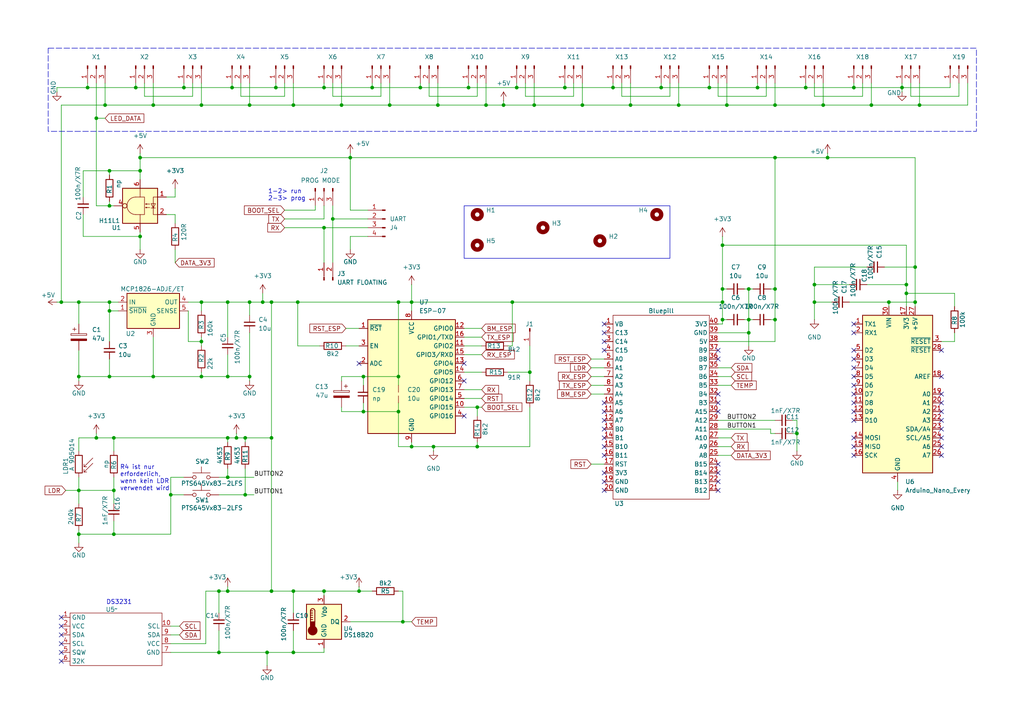
<source format=kicad_sch>
(kicad_sch (version 20250114) (generator "eeschema") (generator_version "9.0")
  (paper "A4")
  (rectangle (start 13.97 13.97) (end 283.21 38.1) (stroke (width 0) (type dash)))
  (rectangle (start 134.62 59.69) (end 194.31 74.93))
  (text "R4 ist nur \nerforderlich, \nwenn kein LDR \nverwendet wird\n" (at 34.798 138.684 0) (effects (font (size 1.27 1.27)) (justify left)))
  (text "DS3231\n" (at 34.544 174.752 0) (effects (font (size 1.27 1.27))))
  (text "1-2> run\n2-3> prog" (at 77.724 56.642 0) (effects (font (size 1.27 1.27)) (justify left)))
  (junction (at 33.02 154.94))
  (junction (at 17.78 87.63))
  (junction (at 58.42 109.22))
  (junction (at 191.77 25.4))
  (junction (at 44.45 30.48))
  (junction (at 252.73 30.48))
  (junction (at 77.47 189.23))
  (junction (at 209.55 92.71))
  (junction (at 101.6 45.72))
  (junction (at 116.84 180.34))
  (junction (at 107.95 25.4))
  (junction (at 49.53 143.51))
  (junction (at 261.62 25.4))
  (junction (at 78.74 87.63))
  (junction (at 99.06 30.48))
  (junction (at 219.71 25.4))
  (junction (at 217.17 92.71))
  (junction (at 154.94 30.48))
  (junction (at 265.43 87.63))
  (junction (at 58.42 30.48))
  (junction (at 66.04 109.22))
  (junction (at 80.01 25.4))
  (junction (at 209.55 83.82))
  (junction (at 31.75 90.17))
  (junction (at 224.79 45.72))
  (junction (at 153.67 107.95))
  (junction (at 63.5 189.23))
  (junction (at 58.42 87.63))
  (junction (at 247.65 25.4))
  (junction (at 25.4 25.4))
  (junction (at 224.79 30.48))
  (junction (at 105.41 119.38))
  (junction (at 266.7 30.48))
  (junction (at 22.86 142.24))
  (junction (at 168.91 30.48))
  (junction (at 93.98 25.4))
  (junction (at 39.37 25.4))
  (junction (at 67.31 25.4))
  (junction (at 33.02 127))
  (junction (at 236.22 87.63))
  (junction (at 63.5 171.45))
  (junction (at 22.86 109.22))
  (junction (at 78.74 171.45))
  (junction (at 115.57 119.38))
  (junction (at 66.04 171.45))
  (junction (at 72.39 30.48))
  (junction (at 149.86 25.4))
  (junction (at 31.75 87.63))
  (junction (at 68.58 127))
  (junction (at 44.45 109.22))
  (junction (at 217.17 96.52))
  (junction (at 40.64 45.72))
  (junction (at 93.98 66.04))
  (junction (at 66.04 127))
  (junction (at 30.48 30.48))
  (junction (at 71.12 143.51))
  (junction (at 205.74 25.4))
  (junction (at 85.09 30.48))
  (junction (at 231.14 125.73))
  (junction (at 265.43 77.47))
  (junction (at 86.36 87.63))
  (junction (at 31.75 49.53))
  (junction (at 125.73 129.54))
  (junction (at 138.43 118.11))
  (junction (at 262.89 85.09))
  (junction (at 72.39 87.63))
  (junction (at 93.98 171.45))
  (junction (at 96.52 63.5))
  (junction (at 262.89 82.55))
  (junction (at 121.92 25.4))
  (junction (at 40.64 68.58))
  (junction (at 233.68 25.4))
  (junction (at 210.82 30.48))
  (junction (at 115.57 109.22))
  (junction (at 76.2 87.63))
  (junction (at 85.09 171.45))
  (junction (at 148.59 87.63))
  (junction (at 33.02 142.24))
  (junction (at 105.41 109.22))
  (junction (at 53.34 25.4))
  (junction (at 113.03 30.48))
  (junction (at 72.39 109.22))
  (junction (at 22.86 87.63))
  (junction (at 140.97 30.48))
  (junction (at 66.04 138.43))
  (junction (at 138.43 129.54))
  (junction (at 236.22 82.55))
  (junction (at 58.42 99.06))
  (junction (at 209.55 71.12))
  (junction (at 40.64 49.53))
  (junction (at 78.74 127))
  (junction (at 257.81 87.63))
  (junction (at 146.05 30.48))
  (junction (at 217.17 83.82))
  (junction (at 163.83 25.4))
  (junction (at 31.75 109.22))
  (junction (at 240.03 45.72))
  (junction (at 27.94 34.29))
  (junction (at 31.75 59.69))
  (junction (at 119.38 129.54))
  (junction (at 238.76 30.48))
  (junction (at 115.57 87.63))
  (junction (at 182.88 30.48))
  (junction (at 22.86 154.94))
  (junction (at 85.09 189.23))
  (junction (at 104.14 171.45))
  (junction (at 127 30.48))
  (junction (at 224.79 92.71))
  (junction (at 66.04 87.63))
  (junction (at 196.85 30.48))
  (junction (at 135.89 25.4))
  (junction (at 209.55 87.63))
  (junction (at 177.8 25.4))
  (junction (at 27.94 127))
  (junction (at 119.38 87.63))
  (junction (at 224.79 83.82))
  (junction (at 71.12 127))
  (no_connect (at 17.78 189.23))
  (no_connect (at 247.65 111.76))
  (no_connect (at 175.26 132.08))
  (no_connect (at 208.28 134.62))
  (no_connect (at 273.05 109.22))
  (no_connect (at 208.28 101.6))
  (no_connect (at 247.65 127))
  (no_connect (at 175.26 99.06))
  (no_connect (at 273.05 116.84))
  (no_connect (at 134.62 120.65))
  (no_connect (at 175.26 139.7))
  (no_connect (at 175.26 116.84))
  (no_connect (at 208.28 139.7))
  (no_connect (at 208.28 116.84))
  (no_connect (at 17.78 186.69))
  (no_connect (at 247.65 96.52))
  (no_connect (at 247.65 101.6))
  (no_connect (at 175.26 137.16))
  (no_connect (at 175.26 93.98))
  (no_connect (at 175.26 124.46))
  (no_connect (at 247.65 109.22))
  (no_connect (at 247.65 116.84))
  (no_connect (at 247.65 106.68))
  (no_connect (at 273.05 129.54))
  (no_connect (at 247.65 93.98))
  (no_connect (at 273.05 124.46))
  (no_connect (at 208.28 119.38))
  (no_connect (at 208.28 137.16))
  (no_connect (at 273.05 127))
  (no_connect (at 247.65 121.92))
  (no_connect (at 17.78 179.07))
  (no_connect (at 247.65 119.38))
  (no_connect (at 208.28 104.14))
  (no_connect (at 273.05 119.38))
  (no_connect (at 273.05 101.6))
  (no_connect (at 17.78 181.61))
  (no_connect (at 175.26 101.6))
  (no_connect (at 175.26 127))
  (no_connect (at 175.26 142.24))
  (no_connect (at 175.26 129.54))
  (no_connect (at 17.78 191.77))
  (no_connect (at 175.26 119.38))
  (no_connect (at 104.14 105.41))
  (no_connect (at 247.65 114.3))
  (no_connect (at 208.28 142.24))
  (no_connect (at 208.28 114.3))
  (no_connect (at 247.65 104.14))
  (no_connect (at 247.65 129.54))
  (no_connect (at 134.62 110.49))
  (no_connect (at 273.05 114.3))
  (no_connect (at 273.05 121.92))
  (no_connect (at 175.26 121.92))
  (no_connect (at 175.26 96.52))
  (no_connect (at 273.05 132.08))
  (no_connect (at 134.62 105.41))
  (no_connect (at 247.65 132.08))
  (no_connect (at 17.78 184.15))
  (wire (pts (xy 82.55 63.5) (xy 93.98 63.5)))
  (wire (pts (xy 39.37 24.13) (xy 39.37 25.4)))
  (wire (pts (xy 105.41 116.84) (xy 105.41 119.38)))
  (wire (pts (xy 58.42 99.06) (xy 58.42 97.79)))
  (wire (pts (xy 163.83 24.13) (xy 163.83 25.4)))
  (wire (pts (xy 262.89 71.12) (xy 262.89 82.55)))
  (wire (pts (xy 209.55 71.12) (xy 209.55 83.82)))
  (wire (pts (xy 93.98 25.4) (xy 107.95 25.4)))
  (wire (pts (xy 78.74 87.63) (xy 78.74 127)))
  (wire (pts (xy 44.45 30.48) (xy 58.42 30.48)))
  (wire (pts (xy 208.28 109.22) (xy 212.09 109.22)))
  (wire (pts (xy 22.86 154.94) (xy 22.86 157.48)))
  (wire (pts (xy 99.06 30.48) (xy 113.03 30.48)))
  (wire (pts (xy 31.75 59.69) (xy 27.94 59.69)))
  (wire (pts (xy 209.55 83.82) (xy 209.55 87.63)))
  (wire (pts (xy 208.28 127) (xy 212.09 127)))
  (wire (pts (xy 27.94 127) (xy 22.86 127)))
  (wire (pts (xy 196.85 30.48) (xy 196.85 24.13)))
  (wire (pts (xy 49.53 189.23) (xy 63.5 189.23)))
  (wire (pts (xy 44.45 109.22) (xy 58.42 109.22)))
  (wire (pts (xy 154.94 30.48) (xy 168.91 30.48)))
  (wire (pts (xy 113.03 30.48) (xy 127 30.48)))
  (wire (pts (xy 257.81 87.63) (xy 257.81 88.9)))
  (wire (pts (xy 182.88 30.48) (xy 196.85 30.48)))
  (wire (pts (xy 93.98 171.45) (xy 93.98 172.72)))
  (wire (pts (xy 17.78 87.63) (xy 22.86 87.63)))
  (wire (pts (xy 68.58 127) (xy 71.12 127)))
  (wire (pts (xy 30.48 34.29) (xy 27.94 34.29)))
  (wire (pts (xy 205.74 25.4) (xy 219.71 25.4)))
  (wire (pts (xy 236.22 27.94) (xy 250.19 27.94)))
  (wire (pts (xy 171.45 134.62) (xy 175.26 134.62)))
  (wire (pts (xy 138.43 118.11) (xy 139.7 118.11)))
  (wire (pts (xy 209.55 92.71) (xy 210.82 92.71)))
  (wire (pts (xy 31.75 109.22) (xy 22.86 109.22)))
  (wire (pts (xy 171.45 104.14) (xy 175.26 104.14)))
  (wire (pts (xy 99.06 119.38) (xy 105.41 119.38)))
  (wire (pts (xy 72.39 24.13) (xy 72.39 30.48)))
  (wire (pts (xy 125.73 129.54) (xy 119.38 129.54)))
  (wire (pts (xy 238.76 30.48) (xy 252.73 30.48)))
  (wire (pts (xy 31.75 90.17) (xy 31.75 99.06)))
  (wire (pts (xy 78.74 127) (xy 78.74 171.45)))
  (wire (pts (xy 33.02 151.13) (xy 33.02 154.94)))
  (wire (pts (xy 80.01 25.4) (xy 93.98 25.4)))
  (wire (pts (xy 121.92 25.4) (xy 135.89 25.4)))
  (wire (pts (xy 66.04 87.63) (xy 72.39 87.63)))
  (wire (pts (xy 208.28 121.92) (xy 224.79 121.92)))
  (wire (pts (xy 66.04 102.87) (xy 66.04 109.22)))
  (wire (pts (xy 116.84 180.34) (xy 116.84 171.45)))
  (wire (pts (xy 50.8 62.23) (xy 50.8 64.77)))
  (wire (pts (xy 52.07 184.15) (xy 49.53 184.15)))
  (wire (pts (xy 215.9 92.71) (xy 217.17 92.71)))
  (wire (pts (xy 217.17 92.71) (xy 218.44 92.71)))
  (wire (pts (xy 208.28 111.76) (xy 212.09 111.76)))
  (wire (pts (xy 71.12 143.51) (xy 71.12 135.89)))
  (wire (pts (xy 39.37 25.4) (xy 53.34 25.4)))
  (wire (pts (xy 53.34 25.4) (xy 67.31 25.4)))
  (wire (pts (xy 101.6 68.58) (xy 101.6 72.39)))
  (wire (pts (xy 119.38 87.63) (xy 119.38 90.17)))
  (wire (pts (xy 96.52 24.13) (xy 96.52 27.94)))
  (wire (pts (xy 17.78 87.63) (xy 17.78 30.48)))
  (wire (pts (xy 44.45 24.13) (xy 44.45 30.48)))
  (wire (pts (xy 16.51 25.4) (xy 25.4 25.4)))
  (wire (pts (xy 217.17 83.82) (xy 218.44 83.82)))
  (wire (pts (xy 24.13 49.53) (xy 31.75 49.53)))
  (wire (pts (xy 134.62 113.03) (xy 139.7 113.03)))
  (wire (pts (xy 100.33 100.33) (xy 104.14 100.33)))
  (wire (pts (xy 115.57 129.54) (xy 119.38 129.54)))
  (wire (pts (xy 138.43 118.11) (xy 138.43 120.65)))
  (wire (pts (xy 134.62 115.57) (xy 139.7 115.57)))
  (wire (pts (xy 67.31 24.13) (xy 67.31 25.4)))
  (wire (pts (xy 224.79 45.72) (xy 240.03 45.72)))
  (wire (pts (xy 210.82 30.48) (xy 224.79 30.48)))
  (wire (pts (xy 82.55 66.04) (xy 93.98 66.04)))
  (wire (pts (xy 58.42 87.63) (xy 58.42 90.17)))
  (wire (pts (xy 16.51 26.67) (xy 16.51 25.4)))
  (wire (pts (xy 76.2 87.63) (xy 78.74 87.63)))
  (wire (pts (xy 127 24.13) (xy 127 30.48)))
  (wire (pts (xy 72.39 110.49) (xy 72.39 109.22)))
  (wire (pts (xy 209.55 71.12) (xy 262.89 71.12)))
  (wire (pts (xy 240.03 45.72) (xy 265.43 45.72)))
  (wire (pts (xy 153.67 129.54) (xy 138.43 129.54)))
  (wire (pts (xy 71.12 127) (xy 78.74 127)))
  (wire (pts (xy 116.84 171.45) (xy 115.57 171.45)))
  (wire (pts (xy 54.61 90.17) (xy 54.61 99.06)))
  (wire (pts (xy 119.38 87.63) (xy 115.57 87.63)))
  (wire (pts (xy 121.92 24.13) (xy 121.92 25.4)))
  (wire (pts (xy 85.09 30.48) (xy 99.06 30.48)))
  (wire (pts (xy 96.52 63.5) (xy 96.52 59.69)))
  (wire (pts (xy 116.84 180.34) (xy 101.6 180.34)))
  (wire (pts (xy 58.42 30.48) (xy 72.39 30.48)))
  (wire (pts (xy 24.13 57.15) (xy 24.13 49.53)))
  (wire (pts (xy 140.97 30.48) (xy 146.05 30.48)))
  (wire (pts (xy 22.86 142.24) (xy 22.86 146.05)))
  (wire (pts (xy 40.64 45.72) (xy 40.64 49.53)))
  (wire (pts (xy 33.02 130.81) (xy 33.02 127)))
  (wire (pts (xy 22.86 109.22) (xy 22.86 110.49)))
  (wire (pts (xy 49.53 143.51) (xy 49.53 154.94)))
  (wire (pts (xy 125.73 129.54) (xy 125.73 130.81)))
  (wire (pts (xy 31.75 104.14) (xy 31.75 109.22)))
  (wire (pts (xy 266.7 30.48) (xy 280.67 30.48)))
  (wire (pts (xy 252.73 30.48) (xy 252.73 24.13)))
  (wire (pts (xy 54.61 87.63) (xy 58.42 87.63)))
  (wire (pts (xy 105.41 109.22) (xy 115.57 109.22)))
  (wire (pts (xy 33.02 127) (xy 27.94 127)))
  (wire (pts (xy 238.76 24.13) (xy 238.76 30.48)))
  (wire (pts (xy 99.06 109.22) (xy 105.41 109.22)))
  (wire (pts (xy 93.98 66.04) (xy 106.68 66.04)))
  (wire (pts (xy 55.88 27.94) (xy 55.88 24.13)))
  (wire (pts (xy 208.28 96.52) (xy 217.17 96.52)))
  (wire (pts (xy 33.02 142.24) (xy 33.02 146.05)))
  (wire (pts (xy 50.8 72.39) (xy 50.8 76.2)))
  (wire (pts (xy 215.9 83.82) (xy 217.17 83.82)))
  (wire (pts (xy 82.55 60.96) (xy 91.44 60.96)))
  (wire (pts (xy 119.38 82.55) (xy 119.38 87.63)))
  (wire (pts (xy 138.43 27.94) (xy 138.43 24.13)))
  (wire (pts (xy 69.85 24.13) (xy 69.85 27.94)))
  (wire (pts (xy 209.55 87.63) (xy 209.55 92.71)))
  (wire (pts (xy 66.04 127) (xy 33.02 127)))
  (wire (pts (xy 85.09 171.45) (xy 78.74 171.45)))
  (wire (pts (xy 115.57 116.84) (xy 115.57 119.38)))
  (wire (pts (xy 147.32 100.33) (xy 148.59 100.33)))
  (wire (pts (xy 33.02 142.24) (xy 22.86 142.24)))
  (wire (pts (xy 22.86 154.94) (xy 22.86 153.67)))
  (wire (pts (xy 208.28 93.98) (xy 209.55 93.98)))
  (wire (pts (xy 152.4 27.94) (xy 166.37 27.94)))
  (wire (pts (xy 86.36 100.33) (xy 92.71 100.33)))
  (wire (pts (xy 100.33 95.25) (xy 104.14 95.25)))
  (wire (pts (xy 82.55 27.94) (xy 82.55 24.13)))
  (wire (pts (xy 31.75 109.22) (xy 44.45 109.22)))
  (wire (pts (xy 22.86 138.43) (xy 22.86 142.24)))
  (wire (pts (xy 152.4 24.13) (xy 152.4 27.94)))
  (wire (pts (xy 48.26 57.15) (xy 50.8 57.15)))
  (wire (pts (xy 134.62 102.87) (xy 139.7 102.87)))
  (wire (pts (xy 194.31 27.94) (xy 194.31 24.13)))
  (wire (pts (xy 31.75 58.42) (xy 31.75 59.69)))
  (wire (pts (xy 77.47 189.23) (xy 63.5 189.23)))
  (wire (pts (xy 229.87 125.73) (xy 231.14 125.73)))
  (wire (pts (xy 182.88 24.13) (xy 182.88 30.48)))
  (wire (pts (xy 278.13 27.94) (xy 278.13 24.13)))
  (wire (pts (xy 146.05 29.21) (xy 146.05 30.48)))
  (wire (pts (xy 224.79 83.82) (xy 224.79 92.71)))
  (wire (pts (xy 262.89 82.55) (xy 262.89 85.09)))
  (wire (pts (xy 166.37 27.94) (xy 166.37 24.13)))
  (wire (pts (xy 210.82 24.13) (xy 210.82 30.48)))
  (wire (pts (xy 224.79 30.48) (xy 238.76 30.48)))
  (wire (pts (xy 86.36 87.63) (xy 86.36 100.33)))
  (wire (pts (xy 134.62 100.33) (xy 139.7 100.33)))
  (wire (pts (xy 209.55 68.58) (xy 209.55 71.12)))
  (wire (pts (xy 49.53 154.94) (xy 33.02 154.94)))
  (wire (pts (xy 31.75 87.63) (xy 31.75 90.17)))
  (wire (pts (xy 58.42 100.33) (xy 58.42 99.06)))
  (wire (pts (xy 63.5 171.45) (xy 63.5 177.8)))
  (wire (pts (xy 177.8 25.4) (xy 191.77 25.4)))
  (wire (pts (xy 27.94 24.13) (xy 27.94 34.29)))
  (wire (pts (xy 110.49 27.94) (xy 110.49 24.13)))
  (wire (pts (xy 217.17 92.71) (xy 217.17 83.82)))
  (wire (pts (xy 276.86 96.52) (xy 276.86 99.06)))
  (wire (pts (xy 231.14 125.73) (xy 231.14 130.81)))
  (wire (pts (xy 69.85 27.94) (xy 82.55 27.94)))
  (wire (pts (xy 261.62 25.4) (xy 275.59 25.4)))
  (wire (pts (xy 72.39 91.44) (xy 72.39 87.63)))
  (wire (pts (xy 119.38 129.54) (xy 119.38 128.27)))
  (wire (pts (xy 41.91 24.13) (xy 41.91 27.94)))
  (wire (pts (xy 85.09 182.88) (xy 85.09 189.23)))
  (wire (pts (xy 50.8 54.61) (xy 50.8 57.15)))
  (wire (pts (xy 208.28 99.06) (xy 224.79 99.06)))
  (wire (pts (xy 223.52 83.82) (xy 224.79 83.82)))
  (wire (pts (xy 66.04 170.18) (xy 66.04 171.45)))
  (wire (pts (xy 93.98 59.69) (xy 93.98 63.5)))
  (wire (pts (xy 264.16 27.94) (xy 278.13 27.94)))
  (wire (pts (xy 138.43 128.27) (xy 138.43 129.54)))
  (wire (pts (xy 63.5 182.88) (xy 63.5 189.23)))
  (wire (pts (xy 222.25 27.94) (xy 222.25 24.13)))
  (wire (pts (xy 72.39 30.48) (xy 85.09 30.48)))
  (wire (pts (xy 22.86 87.63) (xy 31.75 87.63)))
  (wire (pts (xy 33.02 138.43) (xy 33.02 142.24)))
  (wire (pts (xy 66.04 127) (xy 66.04 128.27)))
  (wire (pts (xy 246.38 87.63) (xy 257.81 87.63)))
  (wire (pts (xy 236.22 87.63) (xy 236.22 92.71)))
  (wire (pts (xy 115.57 119.38) (xy 115.57 129.54)))
  (wire (pts (xy 134.62 107.95) (xy 139.7 107.95)))
  (wire (pts (xy 233.68 25.4) (xy 219.71 25.4)))
  (wire (pts (xy 171.45 114.3) (xy 175.26 114.3)))
  (wire (pts (xy 265.43 45.72) (xy 265.43 77.47)))
  (wire (pts (xy 31.75 87.63) (xy 34.29 87.63)))
  (wire (pts (xy 68.58 127) (xy 66.04 127)))
  (wire (pts (xy 273.05 99.06) (xy 276.86 99.06)))
  (wire (pts (xy 99.06 118.11) (xy 99.06 119.38)))
  (wire (pts (xy 93.98 187.96) (xy 93.98 189.23)))
  (wire (pts (xy 73.66 143.51) (xy 71.12 143.51)))
  (wire (pts (xy 229.87 121.92) (xy 231.14 121.92)))
  (wire (pts (xy 66.04 171.45) (xy 63.5 171.45)))
  (wire (pts (xy 85.09 30.48) (xy 85.09 24.13)))
  (wire (pts (xy 99.06 110.49) (xy 99.06 109.22)))
  (wire (pts (xy 63.5 143.51) (xy 71.12 143.51)))
  (wire (pts (xy 25.4 25.4) (xy 39.37 25.4)))
  (wire (pts (xy 134.62 118.11) (xy 138.43 118.11)))
  (wire (pts (xy 217.17 92.71) (xy 217.17 96.52)))
  (wire (pts (xy 66.04 138.43) (xy 66.04 135.89)))
  (wire (pts (xy 33.02 154.94) (xy 22.86 154.94)))
  (wire (pts (xy 30.48 24.13) (xy 30.48 30.48)))
  (wire (pts (xy 22.86 87.63) (xy 22.86 93.98)))
  (wire (pts (xy 78.74 171.45) (xy 66.04 171.45)))
  (wire (pts (xy 171.45 111.76) (xy 175.26 111.76)))
  (wire (pts (xy 168.91 30.48) (xy 182.88 30.48)))
  (wire (pts (xy 124.46 24.13) (xy 124.46 27.94)))
  (wire (pts (xy 168.91 30.48) (xy 168.91 24.13)))
  (wire (pts (xy 101.6 44.45) (xy 101.6 45.72)))
  (wire (pts (xy 219.71 24.13) (xy 219.71 25.4)))
  (wire (pts (xy 24.13 62.23) (xy 24.13 68.58)))
  (wire (pts (xy 49.53 181.61) (xy 52.07 181.61)))
  (wire (pts (xy 138.43 129.54) (xy 125.73 129.54)))
  (wire (pts (xy 77.47 189.23) (xy 77.47 193.04)))
  (wire (pts (xy 104.14 170.18) (xy 104.14 171.45)))
  (wire (pts (xy 264.16 24.13) (xy 264.16 27.94)))
  (wire (pts (xy 115.57 87.63) (xy 115.57 109.22)))
  (wire (pts (xy 236.22 77.47) (xy 236.22 82.55)))
  (wire (pts (xy 104.14 171.45) (xy 93.98 171.45)))
  (wire (pts (xy 223.52 124.46) (xy 208.28 124.46)))
  (wire (pts (xy 247.65 25.4) (xy 261.62 25.4)))
  (wire (pts (xy 101.6 45.72) (xy 224.79 45.72)))
  (wire (pts (xy 147.32 107.95) (xy 153.67 107.95)))
  (wire (pts (xy 261.62 25.4) (xy 261.62 26.67)))
  (wire (pts (xy 25.4 24.13) (xy 25.4 25.4)))
  (wire (pts (xy 33.02 59.69) (xy 31.75 59.69)))
  (wire (pts (xy 233.68 25.4) (xy 247.65 25.4)))
  (wire (pts (xy 180.34 24.13) (xy 180.34 27.94)))
  (wire (pts (xy 40.64 45.72) (xy 101.6 45.72)))
  (wire (pts (xy 68.58 127) (xy 68.58 125.73)))
  (wire (pts (xy 58.42 109.22) (xy 66.04 109.22)))
  (wire (pts (xy 34.29 90.17) (xy 31.75 90.17)))
  (wire (pts (xy 146.05 30.48) (xy 154.94 30.48)))
  (wire (pts (xy 48.26 62.23) (xy 50.8 62.23)))
  (wire (pts (xy 93.98 66.04) (xy 93.98 76.2)))
  (wire (pts (xy 93.98 171.45) (xy 85.09 171.45)))
  (wire (pts (xy 107.95 171.45) (xy 104.14 171.45)))
  (wire (pts (xy 134.62 97.79) (xy 139.7 97.79)))
  (wire (pts (xy 260.35 139.7) (xy 260.35 142.24)))
  (wire (pts (xy 276.86 85.09) (xy 276.86 88.9)))
  (wire (pts (xy 44.45 97.79) (xy 44.45 109.22)))
  (wire (pts (xy 208.28 27.94) (xy 222.25 27.94)))
  (wire (pts (xy 171.45 106.68) (xy 175.26 106.68)))
  (wire (pts (xy 266.7 24.13) (xy 266.7 30.48)))
  (wire (pts (xy 257.81 87.63) (xy 265.43 87.63)))
  (wire (pts (xy 153.67 100.33) (xy 153.67 107.95)))
  (wire (pts (xy 58.42 109.22) (xy 58.42 107.95)))
  (wire (pts (xy 22.86 101.6) (xy 22.86 109.22)))
  (wire (pts (xy 54.61 99.06) (xy 58.42 99.06)))
  (wire (pts (xy 27.94 125.73) (xy 27.94 127)))
  (wire (pts (xy 63.5 138.43) (xy 66.04 138.43)))
  (wire (pts (xy 115.57 109.22) (xy 115.57 111.76)))
  (wire (pts (xy 256.54 77.47) (xy 265.43 77.47)))
  (wire (pts (xy 163.83 25.4) (xy 177.8 25.4)))
  (wire (pts (xy 63.5 171.45) (xy 59.69 171.45)))
  (wire (pts (xy 148.59 87.63) (xy 148.59 100.33)))
  (wire (pts (xy 67.31 25.4) (xy 80.01 25.4)))
  (wire (pts (xy 106.68 63.5) (xy 96.52 63.5)))
  (wire (pts (xy 191.77 25.4) (xy 205.74 25.4)))
  (wire (pts (xy 149.86 25.4) (xy 163.83 25.4)))
  (wire (pts (xy 224.79 45.72) (xy 224.79 83.82)))
  (wire (pts (xy 78.74 87.63) (xy 86.36 87.63)))
  (wire (pts (xy 119.38 87.63) (xy 148.59 87.63)))
  (wire (pts (xy 73.66 138.43) (xy 66.04 138.43)))
  (wire (pts (xy 106.68 60.96) (xy 101.6 60.96)))
  (wire (pts (xy 113.03 30.48) (xy 113.03 24.13)))
  (wire (pts (xy 148.59 87.63) (xy 209.55 87.63)))
  (wire (pts (xy 96.52 27.94) (xy 110.49 27.94)))
  (wire (pts (xy 49.53 186.69) (xy 59.69 186.69)))
  (wire (pts (xy 275.59 24.13) (xy 275.59 25.4)))
  (wire (pts (xy 231.14 121.92) (xy 231.14 125.73)))
  (wire (pts (xy 265.43 77.47) (xy 265.43 87.63)))
  (wire (pts (xy 85.09 189.23) (xy 93.98 189.23)))
  (wire (pts (xy 49.53 138.43) (xy 49.53 143.51)))
  (wire (pts (xy 140.97 30.48) (xy 140.97 24.13)))
  (wire (pts (xy 208.28 24.13) (xy 208.28 27.94)))
  (wire (pts (xy 40.64 68.58) (xy 40.64 72.39)))
  (wire (pts (xy 265.43 87.63) (xy 265.43 88.9)))
  (wire (pts (xy 134.62 95.25) (xy 139.7 95.25)))
  (wire (pts (xy 177.8 24.13) (xy 177.8 25.4)))
  (wire (pts (xy 24.13 68.58) (xy 40.64 68.58)))
  (wire (pts (xy 217.17 100.33) (xy 217.17 96.52)))
  (wire (pts (xy 30.48 30.48) (xy 44.45 30.48)))
  (wire (pts (xy 91.44 59.69) (xy 91.44 60.96)))
  (wire (pts (xy 196.85 30.48) (xy 210.82 30.48)))
  (wire (pts (xy 135.89 24.13) (xy 135.89 25.4)))
  (wire (pts (xy 261.62 24.13) (xy 261.62 25.4)))
  (wire (pts (xy 31.75 50.8) (xy 31.75 49.53)))
  (wire (pts (xy 223.52 125.73) (xy 224.79 125.73)))
  (wire (pts (xy 53.34 24.13) (xy 53.34 25.4)))
  (wire (pts (xy 180.34 27.94) (xy 194.31 27.94)))
  (wire (pts (xy 59.69 186.69) (xy 59.69 171.45)))
  (wire (pts (xy 262.89 85.09) (xy 262.89 88.9)))
  (wire (pts (xy 251.46 77.47) (xy 236.22 77.47)))
  (wire (pts (xy 171.45 109.22) (xy 175.26 109.22)))
  (wire (pts (xy 247.65 24.13) (xy 247.65 25.4)))
  (wire (pts (xy 208.28 106.68) (xy 212.09 106.68)))
  (wire (pts (xy 66.04 97.79) (xy 66.04 87.63)))
  (wire (pts (xy 119.38 180.34) (xy 116.84 180.34)))
  (wire (pts (xy 31.75 49.53) (xy 40.64 49.53)))
  (wire (pts (xy 105.41 119.38) (xy 115.57 119.38)))
  (wire (pts (xy 101.6 45.72) (xy 101.6 60.96)))
  (wire (pts (xy 233.68 24.13) (xy 233.68 25.4)))
  (wire (pts (xy 27.94 34.29) (xy 27.94 59.69)))
  (wire (pts (xy 115.57 87.63) (xy 86.36 87.63)))
  (wire (pts (xy 236.22 87.63) (xy 241.3 87.63)))
  (wire (pts (xy 72.39 109.22) (xy 66.04 109.22)))
  (wire (pts (xy 41.91 27.94) (xy 55.88 27.94)))
  (wire (pts (xy 208.28 129.54) (xy 212.09 129.54)))
  (wire (pts (xy 223.52 125.73) (xy 223.52 124.46)))
  (wire (pts (xy 209.55 92.71) (xy 209.55 93.98)))
  (wire (pts (xy 76.2 87.63) (xy 76.2 85.09)))
  (wire (pts (xy 17.78 30.48) (xy 30.48 30.48)))
  (wire (pts (xy 58.42 30.48) (xy 58.42 24.13)))
  (wire (pts (xy 72.39 87.63) (xy 76.2 87.63)))
  (wire (pts (xy 223.52 92.71) (xy 224.79 92.71)))
  (wire (pts (xy 106.68 68.58) (xy 101.6 68.58)))
  (wire (pts (xy 71.12 128.27) (xy 71.12 127)))
  (wire (pts (xy 127 30.48) (xy 140.97 30.48)))
  (wire (pts (xy 236.22 82.55) (xy 246.38 82.55)))
  (wire (pts (xy 251.46 82.55) (xy 262.89 82.55)))
  (wire (pts (xy 53.34 138.43) (xy 49.53 138.43)))
  (wire (pts (xy 16.51 87.63) (xy 17.78 87.63)))
  (wire (pts (xy 107.95 25.4) (xy 121.92 25.4)))
  (wire (pts (xy 107.95 24.13) (xy 107.95 25.4)))
  (wire (pts (xy 154.94 24.13) (xy 154.94 30.48)))
  (wire (pts (xy 124.46 27.94) (xy 138.43 27.94)))
  (wire (pts (xy 40.64 67.31) (xy 40.64 68.58)))
  (wire (pts (xy 208.28 132.08) (xy 212.09 132.08)))
  (wire (pts (xy 252.73 30.48) (xy 266.7 30.48)))
  (wire (pts (xy 80.01 24.13) (xy 80.01 25.4)))
  (wire (pts (xy 85.09 171.45) (xy 85.09 177.8)))
  (wire (pts (xy 280.67 24.13) (xy 280.67 30.48)))
  (wire (pts (xy 85.09 189.23) (xy 77.47 189.23)))
  (wire (pts (xy 236.22 82.55) (xy 236.22 87.63)))
  (wire (pts (xy 153.67 118.11) (xy 153.67 129.54)))
  (wire (pts (xy 22.86 127) (xy 22.86 130.81)))
  (wire (pts (xy 236.22 24.13) (xy 236.22 27.94)))
  (wire (pts (xy 93.98 24.13) (xy 93.98 25.4)))
  (wire (pts (xy 72.39 96.52) (xy 72.39 109.22)))
  (wire (pts (xy 224.79 92.71) (xy 224.79 99.06)))
  (wire (pts (xy 224.79 30.48) (xy 224.79 24.13)))
  (wire (pts (xy 40.64 44.45) (xy 40.64 45.72)))
  (wire (pts (xy 99.06 24.13) (xy 99.06 30.48)))
  (wire (pts (xy 96.52 63.5) (xy 96.52 76.2)))
  (wire (pts (xy 276.86 85.09) (xy 262.89 85.09)))
  (wire (pts (xy 40.64 49.53) (xy 40.64 52.07)))
  (wire (pts (xy 240.03 45.72) (xy 240.03 44.45)))
  (wire (pts (xy 250.19 27.94) (xy 250.19 24.13)))
  (wire (pts (xy 19.05 142.24) (xy 22.86 142.24)))
  (wire (pts (xy 149.86 24.13) (xy 149.86 25.4)))
  (wire (pts (xy 191.77 24.13) (xy 191.77 25.4)))
  (wire (pts (xy 58.42 87.63) (xy 66.04 87.63)))
  (wire (pts (xy 205.74 24.13) (xy 205.74 25.4)))
  (wire (pts (xy 153.67 110.49) (xy 153.67 107.95)))
  (wire (pts (xy 105.41 109.22) (xy 105.41 111.76)))
  (wire (pts (xy 209.55 83.82) (xy 210.82 83.82)))
  (wire (pts (xy 135.89 25.4) (xy 149.86 25.4)))
  (wire (pts (xy 49.53 143.51) (xy 53.34 143.51)))
  (label "BUTTON2" (at 210.82 121.92 0))
  (label "BUTTON1" (at 210.82 124.46 0))
  (label "BUTTON2" (at 73.66 138.43 0))
  (label "BUTTON1" (at 73.66 143.51 0))
  (global_label "LDR" (shape input) (at 19.05 142.24 180) (property "Intersheetrefs" "${INTERSHEET_REFS}" (effects (hide yes))))
  (global_label "TX" (shape input) (at 82.55 63.5 180) (property "Intersheetrefs" "${INTERSHEET_REFS}" (effects (hide yes))))
  (global_label "DATA_3V3" (shape input) (at 50.8 76.2 0) (property "Intersheetrefs" "${INTERSHEET_REFS}" (effects (hide yes))))
  (global_label "RST" (shape input) (at 139.7 115.57 0) (property "Intersheetrefs" "${INTERSHEET_REFS}" (effects (hide yes))))
  (global_label "SCL" (shape input) (at 212.09 109.22 0) (property "Intersheetrefs" "${INTERSHEET_REFS}" (effects (hide yes))))
  (global_label "RST_ESP" (shape input) (at 100.33 95.25 180) (property "Intersheetrefs" "${INTERSHEET_REFS}" (effects (hide yes))))
  (global_label "RX_ESP" (shape input) (at 139.7 102.87 0) (property "Intersheetrefs" "${INTERSHEET_REFS}" (effects (hide yes))))
  (global_label "RST_ESP" (shape input) (at 171.45 104.14 180) (property "Intersheetrefs" "${INTERSHEET_REFS}" (effects (hide yes))))
  (global_label "RX" (shape input) (at 82.55 66.04 180) (property "Intersheetrefs" "${INTERSHEET_REFS}" (effects (hide yes))))
  (global_label "LDR" (shape input) (at 171.45 106.68 180) (property "Intersheetrefs" "${INTERSHEET_REFS}" (effects (hide yes))))
  (global_label "TX_ESP" (shape input) (at 139.7 97.79 0) (property "Intersheetrefs" "${INTERSHEET_REFS}" (effects (hide yes))))
  (global_label "TX_ESP" (shape input) (at 171.45 111.76 180) (property "Intersheetrefs" "${INTERSHEET_REFS}" (effects (hide yes))))
  (global_label "SCL" (shape input) (at 52.07 181.61 0) (property "Intersheetrefs" "${INTERSHEET_REFS}" (effects (hide yes))))
  (global_label "BM_ESP" (shape input) (at 171.45 114.3 180) (property "Intersheetrefs" "${INTERSHEET_REFS}" (effects (hide yes))))
  (global_label "SDA" (shape input) (at 52.07 184.15 0) (property "Intersheetrefs" "${INTERSHEET_REFS}" (effects (hide yes))))
  (global_label "RX_ESP" (shape input) (at 171.45 109.22 180) (property "Intersheetrefs" "${INTERSHEET_REFS}" (effects (hide yes))))
  (global_label "TEMP" (shape input) (at 119.38 180.34 0) (property "Intersheetrefs" "${INTERSHEET_REFS}" (effects (hide yes))))
  (global_label "TX" (shape input) (at 212.09 127 0) (property "Intersheetrefs" "${INTERSHEET_REFS}" (effects (hide yes))))
  (global_label "TEMP" (shape input) (at 212.09 111.76 0) (property "Intersheetrefs" "${INTERSHEET_REFS}" (effects (hide yes))))
  (global_label "SDA" (shape input) (at 212.09 106.68 0) (property "Intersheetrefs" "${INTERSHEET_REFS}" (effects (hide yes))))
  (global_label "LED_DATA" (shape input) (at 30.48 34.29 0) (property "Intersheetrefs" "${INTERSHEET_REFS}" (effects (hide yes))))
  (global_label "BOOT_SEL" (shape input) (at 82.55 60.96 180) (property "Intersheetrefs" "${INTERSHEET_REFS}" (effects (hide yes))))
  (global_label "RST" (shape input) (at 171.45 134.62 180) (property "Intersheetrefs" "${INTERSHEET_REFS}" (effects (hide yes))))
  (global_label "DATA_3V3" (shape input) (at 212.09 132.08 0) (property "Intersheetrefs" "${INTERSHEET_REFS}" (effects (hide yes))))
  (global_label "BM_ESP" (shape input) (at 139.7 95.25 0) (property "Intersheetrefs" "${INTERSHEET_REFS}" (effects (hide yes))))
  (global_label "RX" (shape input) (at 139.7 113.03 0) (property "Intersheetrefs" "${INTERSHEET_REFS}" (effects (hide yes))))
  (global_label "RX" (shape input) (at 212.09 129.54 0) (property "Intersheetrefs" "${INTERSHEET_REFS}" (effects (hide yes))))
  (global_label "BOOT_SEL" (shape input) (at 139.7 118.11 0) (property "Intersheetrefs" "${INTERSHEET_REFS}" (effects (hide yes))))
  (symbol (lib_id "Connector:Conn_01x03_Pin") (at 264.16 19.05 90) (mirror x) (unit 1)
    (property "Reference" "X17" (at 264.16 16.51 90))
    (property "Value" "Conn_01x03_Pin" (effects (hide yes)))
    (property "Footprint" "Connector_PinHeader_2.54mm:PinHeader_1x03_P2.54mm_Vertical" (effects (hide yes)))
    (property "Description" "Generic connector, single row, 01x03, script generated" (effects (hide yes)))
  )
  (symbol (lib_id "Connector:Conn_01x01_Pin") (at 153.67 95.25 270) (unit 1)
    (property "Reference" "J1" (at 152.4 93.98 90) (effects (justify left)))
    (property "Value" "Conn_01x01_Pin" (effects (hide yes)))
    (property "Footprint" "TestPoint:TestPoint_Pad_1.0x1.0mm" (effects (hide yes)))
    (property "Description" "Generic connector, single row, 01x01, script generated" (effects (hide yes)))
  )
  (symbol (lib_id "power:+5V") (at 40.64 44.45 0) (mirror y) (unit 1)
    (property "Reference" "#PWR016" (effects (hide yes)))
    (property "Value" "+5V" (at 40.64 39.37 0))
    (property "Description" "Power symbol creates a global label with name \"+5V\"" (effects (hide yes)))
  )
  (symbol (lib_id "power:GND") (at 40.64 72.39 0) (unit 1)
    (property "Reference" "#PWR017" (effects (hide yes)))
    (property "Value" "GND" (at 40.64 75.946 0))
    (property "Description" "Power symbol creates a global label with name \"GND\" , ground" (effects (hide yes)))
  )
  (symbol (lib_id "power:GND") (at 260.35 142.24 0) (unit 1)
    (property "Reference" "#PWR026" (effects (hide yes)))
    (property "Value" "GND" (at 260.35 147.32 0))
    (property "Description" "Power symbol creates a global label with name \"GND\" , ground" (effects (hide yes)))
  )
  (symbol (lib_id "Connector:Conn_01x03_Pin") (at 93.98 54.61 90) (mirror x) (unit 1)
    (property "Reference" "J2" (at 93.98 49.53 90))
    (property "Value" "PROG MODE" (at 92.964 52.324 90))
    (property "Footprint" "Connector_PinHeader_2.54mm:PinHeader_1x03_P2.54mm_Vertical" (effects (hide yes)))
    (property "Description" "Generic connector, single row, 01x03, script generated" (effects (hide yes)))
  )
  (symbol (lib_id "power:+3V3") (at 68.58 125.73 0) (unit 1)
    (property "Reference" "#PWR010" (effects (hide yes)))
    (property "Value" "+3V3" (at 68.58 120.65 0))
    (property "Description" "Power symbol creates a global label with name \"+3V3\"" (effects (hide yes)))
  )
  (symbol (lib_id "Mechanical:MountingHole") (at 190.5 62.23 0) (mirror y) (unit 1) (exclude_from_sim yes) (in_bom no)
    (property "Reference" "H4" (at 187.96 60.9599 0) (effects (justify left)))
    (property "Value" "MountingHole" (effects (hide yes)))
    (property "Footprint" "MountingHole:MountingHole_3.2mm_M3_DIN965" (effects (hide yes)))
    (property "Description" "Mounting Hole without connection" (effects (hide yes)))
  )
  (symbol (lib_id "Device:C_Small") (at 220.98 92.71 90) (unit 1)
    (property "Reference" "C8" (at 220.9863 86.36 90))
    (property "Value" "100n/X7R" (at 220.9863 88.9 90))
    (property "Footprint" "Capacitor_THT:C_Disc_D4.7mm_W2.5mm_P5.00mm" (effects (hide yes)))
    (property "Description" "Unpolarized capacitor, small symbol" (effects (hide yes)))
  )
  (symbol (lib_id "Device:C_Small") (at 31.75 101.6 0) (unit 1)
    (property "Reference" "C3" (at 34.29 100.3362 0) (effects (justify left)))
    (property "Value" "10u" (at 34.29 102.8762 0) (effects (justify left)))
    (property "Footprint" "Capacitor_THT:C_Disc_D4.7mm_W2.5mm_P5.00mm" (effects (hide yes)))
    (property "Description" "Unpolarized capacitor, small symbol" (effects (hide yes)))
  )
  (symbol (lib_id "Device:R") (at 71.12 132.08 0) (mirror x) (unit 1)
    (property "Reference" "R11" (at 71.12 132.334 90))
    (property "Value" "4K53" (at 68.834 132.08 90))
    (property "Footprint" "Resistor_THT:R_Axial_DIN0207_L6.3mm_D2.5mm_P10.16mm_Horizontal" (effects (hide yes)))
    (property "Description" "Resistor" (effects (hide yes)))
  )
  (symbol (lib_id "power:GND") (at 231.14 130.81 0) (mirror y) (unit 1)
    (property "Reference" "#PWR09" (effects (hide yes)))
    (property "Value" "GND" (at 231.14 134.366 0))
    (property "Description" "Power symbol creates a global label with name \"GND\" , ground" (effects (hide yes)))
  )
  (symbol (lib_id "power:+5V") (at 146.05 29.21 0) (mirror y) (unit 1)
    (property "Reference" "#PWR021" (effects (hide yes)))
    (property "Value" "+5V" (at 146.05 24.13 0))
    (property "Description" "Power symbol creates a global label with name \"+5V\"" (effects (hide yes)))
  )
  (symbol (lib_id "Device:R") (at 143.51 107.95 270) (unit 1)
    (property "Reference" "R15" (at 143.764 107.95 90))
    (property "Value" "91R" (at 149.098 109.474 90))
    (property "Footprint" "Resistor_THT:R_Axial_DIN0207_L6.3mm_D2.5mm_P10.16mm_Horizontal" (effects (hide yes)))
    (property "Description" "Resistor" (effects (hide yes)))
  )
  (symbol (lib_id "Device:C_Small") (at 85.09 180.34 0) (mirror x) (unit 1)
    (property "Reference" "C10" (at 85.598 178.562 0) (effects (justify left)))
    (property "Value" "100n/X7R" (at 82.296 176.022 90) (effects (justify left)))
    (property "Footprint" "Capacitor_THT:C_Disc_D4.7mm_W2.5mm_P5.00mm" (effects (hide yes)))
    (property "Description" "Unpolarized capacitor, small symbol" (effects (hide yes)))
  )
  (symbol (lib_id "Connector:Conn_01x03_Pin") (at 110.49 19.05 90) (mirror x) (unit 1)
    (property "Reference" "X7" (at 110.49 16.51 90))
    (property "Value" "Conn_01x03_Pin" (effects (hide yes)))
    (property "Footprint" "Connector_PinHeader_2.54mm:PinHeader_1x03_P2.54mm_Vertical" (effects (hide yes)))
    (property "Description" "Generic connector, single row, 01x03, script generated" (effects (hide yes)))
  )
  (symbol (lib_id "Connector:Conn_01x02_Pin") (at 93.98 81.28 90) (unit 1)
    (property "Reference" "J3" (at 97.79 79.3749 90) (effects (justify right)))
    (property "Value" "UART FLOATING" (at 97.79 81.9149 90) (effects (justify right)))
    (property "Footprint" "Connector_PinHeader_2.54mm:PinHeader_1x02_P2.54mm_Vertical" (effects (hide yes)))
    (property "Description" "Generic connector, single row, 01x02, script generated" (effects (hide yes)))
  )
  (symbol (lib_id "power:+3V3") (at 76.2 85.09 0) (mirror y) (unit 1)
    (property "Reference" "#PWR05" (effects (hide yes)))
    (property "Value" "+3V3" (at 76.2 80.01 0))
    (property "Description" "Power symbol creates a global label with name \"+3V3\"" (effects (hide yes)))
  )
  (symbol (lib_id "power:GND") (at 72.39 110.49 0) (mirror y) (unit 1)
    (property "Reference" "#PWR04" (effects (hide yes)))
    (property "Value" "GND" (at 72.39 114.046 0))
    (property "Description" "Power symbol creates a global label with name \"GND\" , ground" (effects (hide yes)))
  )
  (symbol (lib_id "Connector:Conn_01x03_Pin") (at 138.43 19.05 90) (mirror x) (unit 1)
    (property "Reference" "X10" (at 138.43 16.51 90))
    (property "Value" "Conn_01x03_Pin" (effects (hide yes)))
    (property "Footprint" "Connector_PinHeader_2.54mm:PinHeader_1x03_P2.54mm_Vertical" (effects (hide yes)))
    (property "Description" "Generic connector, single row, 01x03, script generated" (effects (hide yes)))
  )
  (symbol (lib_id "Mechanical:MountingHole") (at 138.43 71.12 0) (unit 1) (exclude_from_sim yes) (in_bom no)
    (property "Reference" "H5" (at 140.97 69.8499 0) (effects (justify left)))
    (property "Value" "MountingHole" (effects (hide yes)))
    (property "Footprint" "MountingHole:MountingHole_3.2mm_M3_DIN965" (effects (hide yes)))
    (property "Description" "Mounting Hole without connection" (effects (hide yes)))
  )
  (symbol (lib_id "Device:R") (at 111.76 171.45 90) (mirror x) (unit 1)
    (property "Reference" "R5" (at 111.76 171.45 90))
    (property "Value" "8k2" (at 111.76 169.164 90))
    (property "Footprint" "Resistor_THT:R_Axial_DIN0207_L6.3mm_D2.5mm_P10.16mm_Horizontal" (effects (hide yes)))
    (property "Description" "Resistor" (effects (hide yes)))
  )
  (symbol (lib_id "Connector:Conn_01x03_Pin") (at 194.31 19.05 90) (mirror x) (unit 1)
    (property "Reference" "X12" (at 194.31 16.51 90))
    (property "Value" "Conn_01x03_Pin" (effects (hide yes)))
    (property "Footprint" "Connector_PinHeader_2.54mm:PinHeader_1x03_P2.54mm_Vertical" (effects (hide yes)))
    (property "Description" "Generic connector, single row, 01x03, script generated" (effects (hide yes)))
  )
  (symbol (lib_id "power:GND") (at 236.22 92.71 0) (unit 1)
    (property "Reference" "#PWR030" (effects (hide yes)))
    (property "Value" "GND" (at 236.22 97.79 0))
    (property "Description" "Power symbol creates a global label with name \"GND\" , ground" (effects (hide yes)))
  )
  (symbol (lib_id "MCU_Module:Arduino_Nano_Every") (at 260.35 114.3 0) (unit 1)
    (property "Reference" "U6" (at 262.5441 139.7 0) (effects (justify left)))
    (property "Value" "Arduino_Nano_Every" (at 262.5441 142.24 0) (effects (justify left)))
    (property "Footprint" "Module:Arduino_Nano" (effects (hide yes)))
    (property "Datasheet" "https://content.arduino.cc/assets/NANOEveryV3.0_sch.pdf" (effects (hide yes)))
    (property "Description" "Arduino Nano Every" (effects (hide yes)))
  )
  (symbol (lib_id "Connector:Conn_01x03_Pin") (at 82.55 19.05 90) (mirror x) (unit 1)
    (property "Reference" "X5" (at 82.55 16.51 90))
    (property "Value" "Conn_01x03_Pin" (effects (hide yes)))
    (property "Footprint" "Connector_PinHeader_2.54mm:PinHeader_1x03_P2.54mm_Vertical" (effects (hide yes)))
    (property "Description" "Generic connector, single row, 01x03, script generated" (effects (hide yes)))
  )
  (symbol (lib_id "Connector:Conn_01x03_Pin") (at 180.34 19.05 90) (mirror x) (unit 1)
    (property "Reference" "X13" (at 180.34 16.51 90))
    (property "Value" "Conn_01x03_Pin" (effects (hide yes)))
    (property "Footprint" "Connector_PinHeader_2.54mm:PinHeader_1x03_P2.54mm_Vertical" (effects (hide yes)))
    (property "Description" "Generic connector, single row, 01x03, script generated" (effects (hide yes)))
  )
  (symbol (lib_id "Device:C_Small") (at 227.33 125.73 90) (unit 1)
    (property "Reference" "C12" (at 229.87 124.714 90))
    (property "Value" "1nF/X7R" (at 227.838 128.27 90))
    (property "Footprint" "Capacitor_THT:C_Disc_D4.7mm_W2.5mm_P5.00mm" (effects (hide yes)))
    (property "Description" "Unpolarized capacitor, small symbol" (effects (hide yes)))
  )
  (symbol (lib_id "power:+3V3") (at 66.04 170.18 0) (mirror y) (unit 1)
    (property "Reference" "#PWR031" (effects (hide yes)))
    (property "Value" "+3V3" (at 62.992 167.386 0))
    (property "Description" "Power symbol creates a global label with name \"+3V3\"" (effects (hide yes)))
  )
  (symbol (lib_id "Device:C_Small") (at 213.36 83.82 90) (unit 1)
    (property "Reference" "C7" (at 213.3663 77.47 90))
    (property "Value" "10u" (at 213.3663 80.01 90))
    (property "Footprint" "Capacitor_THT:C_Disc_D4.7mm_W2.5mm_P5.00mm" (effects (hide yes)))
    (property "Description" "Unpolarized capacitor, small symbol" (effects (hide yes)))
  )
  (symbol (lib_id "Device:R") (at 58.42 93.98 0) (unit 1)
    (property "Reference" "R3" (at 58.42 94.234 90))
    (property "Value" "160k" (at 60.96 95.25 90))
    (property "Footprint" "Resistor_THT:R_Axial_DIN0207_L6.3mm_D2.5mm_P10.16mm_Horizontal" (effects (hide yes)))
    (property "Description" "Resistor" (effects (hide yes)))
  )
  (symbol (lib_id "Device:C_Small") (at 72.39 93.98 0) (unit 1)
    (property "Reference" "C4" (at 74.93 92.7162 0) (effects (justify left)))
    (property "Value" "10u" (at 74.93 95.2562 0) (effects (justify left)))
    (property "Footprint" "Capacitor_THT:C_Disc_D4.7mm_W2.5mm_P5.00mm" (effects (hide yes)))
    (property "Description" "Unpolarized capacitor, small symbol" (effects (hide yes)))
  )
  (symbol (lib_id "Regulator_Linear:LT1963AxQ-1.5") (at 44.45 90.17 0) (unit 1)
    (property "Reference" "U2" (at 37.846 96.774 0))
    (property "Value" "MCP1826-ADJE/ET" (at 44.196 83.82 0))
    (property "Footprint" "Package_TO_SOT_SMD:TO-263-5_TabPin3" (effects (hide yes)))
    (property "Datasheet" "https://www.analog.com/media/en/technical-documentation/data-sheets/1963aff.pdf" (effects (hide yes)))
    (property "Description" "1.5V, 1.5A, Low Noise, Fast Transient Response LDO Regulator, TO-263-5" (effects (hide yes)))
  )
  (symbol (lib_id "power:+3V3") (at 27.94 125.73 0) (unit 1)
    (property "Reference" "#PWR013" (effects (hide yes)))
    (property "Value" "+3V3" (at 27.94 120.65 0))
    (property "Description" "Power symbol creates a global label with name \"+3V3\"" (effects (hide yes)))
  )
  (symbol (lib_id "Device:C_Polarized") (at 99.06 114.3 0) (mirror y) (unit 1)
    (property "Reference" "C13" (at 95.25 112.1409 0) (effects (justify left)))
    (property "Value" "47u" (at 95.25 114.6809 0) (effects (justify left)))
    (property "Footprint" "Capacitor_THT:CP_Radial_D10.0mm_P5.00mm" (effects (hide yes)))
    (property "Description" "Polarized capacitor" (effects (hide yes)))
  )
  (symbol (lib_id "Isolator:H11L1") (at 40.64 59.69 0) (mirror y) (unit 1)
    (property "Reference" "U1" (at 33.782 66.04 0))
    (property "Value" "H11L1" (at 31.75 64.008 0))
    (property "Footprint" "Package_DIP:DIP-6_W7.62mm_Socket_LongPads" (effects (hide yes)))
    (property "Datasheet" "https://www.onsemi.com/pub/Collateral/H11L3M-D.PDF" (effects (hide yes)))
    (property "Description" "Schmitt Trigger Output Optocoupler, High Speed, DIP-6, 1.6mA turn on threshold" (effects (hide yes)))
  )
  (symbol (lib_id "power:+3V3") (at 209.55 68.58 0) (mirror y) (unit 1)
    (property "Reference" "#PWR06" (effects (hide yes)))
    (property "Value" "+3V3" (at 209.55 63.5 0))
    (property "Description" "Power symbol creates a global label with name \"+3V3\"" (effects (hide yes)))
  )
  (symbol (lib_id "Device:C_Polarized") (at 22.86 97.79 0) (unit 1)
    (property "Reference" "C1" (at 26.67 95.6309 0) (effects (justify left)))
    (property "Value" "47u" (at 26.67 98.1709 0) (effects (justify left)))
    (property "Footprint" "Capacitor_THT:CP_Radial_D10.0mm_P5.00mm" (effects (hide yes)))
    (property "Description" "Polarized capacitor" (effects (hide yes)))
  )
  (symbol (lib_id "Switch:SW_Push") (at 58.42 138.43 0) (mirror y) (unit 1)
    (property "Reference" "SW2" (at 58.674 133.858 0))
    (property "Value" "PTS645Vx83-2LFS" (at 61.468 140.208 0))
    (property "Footprint" "Button_Switch_THT:SW_Tactile_SPST_Angled_PTS645Vx83-2LFS" (effects (hide yes)))
    (property "Description" "Push button switch, generic, two pins" (effects (hide yes)))
  )
  (symbol (lib_id "Device:C_Small") (at 243.84 87.63 270) (unit 1)
    (property "Reference" "C17" (at 244.856 81.28 0) (effects (justify left)))
    (property "Value" "100n/X7R" (at 242.316 81.28 0) (effects (justify left)))
    (property "Footprint" "Capacitor_THT:C_Disc_D4.7mm_W2.5mm_P5.00mm" (effects (hide yes)))
    (property "Description" "Unpolarized capacitor, small symbol" (effects (hide yes)))
  )
  (symbol (lib_id "Device:C_Small") (at 220.98 83.82 90) (unit 1)
    (property "Reference" "C9" (at 220.9863 77.47 90))
    (property "Value" "10u" (at 220.9863 80.01 90))
    (property "Footprint" "Capacitor_THT:C_Disc_D4.7mm_W2.5mm_P5.00mm" (effects (hide yes)))
    (property "Description" "Unpolarized capacitor, small symbol" (effects (hide yes)))
  )
  (symbol (lib_id "Connector:Conn_01x03_Pin") (at 222.25 19.05 90) (mirror x) (unit 1)
    (property "Reference" "X14" (at 222.25 16.51 90))
    (property "Value" "Conn_01x03_Pin" (effects (hide yes)))
    (property "Footprint" "Connector_PinHeader_2.54mm:PinHeader_1x03_P2.54mm_Vertical" (effects (hide yes)))
    (property "Description" "Generic connector, single row, 01x03, script generated" (effects (hide yes)))
  )
  (symbol (lib_id "Device:C_Small") (at 63.5 180.34 180) (unit 1)
    (property "Reference" "C14" (at 63.5 178.562 0) (effects (justify left)))
    (property "Value" "100n/X7R" (at 66.04 175.514 90) (effects (justify left)))
    (property "Footprint" "Capacitor_THT:C_Disc_D4.7mm_W2.5mm_P5.00mm" (effects (hide yes)))
    (property "Description" "Unpolarized capacitor, small symbol" (effects (hide yes)))
  )
  (symbol (lib_id "Device:R") (at 138.43 124.46 180) (unit 1)
    (property "Reference" "R14" (at 138.43 124.714 90))
    (property "Value" "8k2" (at 140.716 124.46 90))
    (property "Footprint" "Resistor_THT:R_Axial_DIN0207_L6.3mm_D2.5mm_P10.16mm_Horizontal" (effects (hide yes)))
    (property "Description" "Resistor" (effects (hide yes)))
  )
  (symbol (lib_id "Connector:Conn_01x03_Pin") (at 55.88 19.05 90) (mirror x) (unit 1)
    (property "Reference" "X3" (at 55.88 16.51 90))
    (property "Value" "Conn_01x03_Pin" (effects (hide yes)))
    (property "Footprint" "Connector_PinHeader_2.54mm:PinHeader_1x03_P2.54mm_Vertical" (effects (hide yes)))
    (property "Description" "Generic connector, single row, 01x03, script generated" (effects (hide yes)))
  )
  (symbol (lib_id "DS3231:Bluepill") (at 191.77 118.11 0) (unit 1)
    (property "Reference" "U3" (at 179.578 146.05 0))
    (property "Value" "Bluepill" (at 191.77 90.17 0))
    (property "Footprint" "Custom:Bluepill" (effects (hide yes)))
  )
  (symbol (lib_id "Connector:Conn_01x04_Pin") (at 111.76 63.5 0) (mirror y) (unit 1)
    (property "Reference" "J4" (at 113.03 66.0401 0) (effects (justify right)))
    (property "Value" "UART" (at 113.03 63.5001 0) (effects (justify right)))
    (property "Footprint" "Connector_PinHeader_2.54mm:PinHeader_1x04_P2.54mm_Vertical" (effects (hide yes)))
    (property "Description" "Generic connector, single row, 01x04, script generated" (effects (hide yes)))
  )
  (symbol (lib_id "Connector:Conn_01x03_Pin") (at 236.22 19.05 90) (mirror x) (unit 1)
    (property "Reference" "X16" (at 236.22 16.51 90))
    (property "Value" "Conn_01x03_Pin" (effects (hide yes)))
    (property "Footprint" "Connector_PinHeader_2.54mm:PinHeader_1x03_P2.54mm_Vertical" (effects (hide yes)))
    (property "Description" "Generic connector, single row, 01x03, script generated" (effects (hide yes)))
  )
  (symbol (lib_id "power:+5V") (at 101.6 44.45 0) (unit 1)
    (property "Reference" "#PWR012" (effects (hide yes)))
    (property "Value" "+5V" (at 105.156 41.656 0))
    (property "Description" "Power symbol creates a global label with name \"+5V\"" (effects (hide yes)))
  )
  (symbol (lib_id "power:GND") (at 261.62 26.67 0) (unit 1)
    (property "Reference" "#PWR022" (effects (hide yes)))
    (property "Value" "GND" (at 259.334 26.924 0))
    (property "Description" "Power symbol creates a global label with name \"GND\" , ground" (effects (hide yes)))
  )
  (symbol (lib_id "Device:R") (at 153.67 114.3 180) (unit 1)
    (property "Reference" "R12" (at 153.67 114.554 90))
    (property "Value" "8k2" (at 155.956 114.554 90))
    (property "Footprint" "Resistor_THT:R_Axial_DIN0207_L6.3mm_D2.5mm_P10.16mm_Horizontal" (effects (hide yes)))
    (property "Description" "Resistor" (effects (hide yes)))
  )
  (symbol (lib_id "Connector:Conn_01x03_Pin") (at 124.46 19.05 90) (mirror x) (unit 1)
    (property "Reference" "X8" (at 124.46 16.51 90))
    (property "Value" "Conn_01x03_Pin" (effects (hide yes)))
    (property "Footprint" "Connector_PinHeader_2.54mm:PinHeader_1x03_P2.54mm_Vertical" (effects (hide yes)))
    (property "Description" "Generic connector, single row, 01x03, script generated" (effects (hide yes)))
  )
  (symbol (lib_id "Device:C_Small") (at 105.41 114.3 0) (unit 1)
    (property "Reference" "C19" (at 107.95 113.0362 0) (effects (justify left)))
    (property "Value" "np" (at 107.95 115.5762 0) (effects (justify left)))
    (property "Footprint" "Capacitor_SMD:C_1812_4532Metric_Pad1.57x3.40mm_HandSolder" (effects (hide yes)))
    (property "Description" "Unpolarized capacitor, small symbol" (effects (hide yes)))
  )
  (symbol (lib_id "power:+5V") (at 16.51 87.63 90) (unit 1)
    (property "Reference" "#PWR02" (effects (hide yes)))
    (property "Value" "+5V" (at 16.002 85.598 90) (effects (justify left)))
    (property "Description" "Power symbol creates a global label with name \"+5V\"" (effects (hide yes)))
  )
  (symbol (lib_id "Connector:Conn_01x03_Pin") (at 96.52 19.05 90) (mirror x) (unit 1)
    (property "Reference" "X6" (at 96.52 16.51 90))
    (property "Value" "Conn_01x03_Pin" (effects (hide yes)))
    (property "Footprint" "Connector_PinHeader_2.54mm:PinHeader_1x03_P2.54mm_Vertical" (effects (hide yes)))
    (property "Description" "Generic connector, single row, 01x03, script generated" (effects (hide yes)))
  )
  (symbol (lib_id "power:GND") (at 101.6 72.39 0) (mirror y) (unit 1)
    (property "Reference" "#PWR014" (effects (hide yes)))
    (property "Value" "GND" (at 101.6 75.946 0))
    (property "Description" "Power symbol creates a global label with name \"GND\" , ground" (effects (hide yes)))
  )
  (symbol (lib_id "Device:R") (at 22.86 149.86 0) (mirror x) (unit 1)
    (property "Reference" "R7" (at 22.86 150.114 90))
    (property "Value" "240k" (at 20.574 149.86 90))
    (property "Footprint" "Resistor_THT:R_Axial_DIN0207_L6.3mm_D2.5mm_P10.16mm_Horizontal" (effects (hide yes)))
    (property "Description" "Resistor" (effects (hide yes)))
  )
  (symbol (lib_id "Device:R") (at 50.8 68.58 0) (mirror x) (unit 1)
    (property "Reference" "R4" (at 50.8 68.834 90))
    (property "Value" "120R" (at 53.34 67.31 90))
    (property "Footprint" "Resistor_THT:R_Axial_DIN0207_L6.3mm_D2.5mm_P10.16mm_Horizontal" (effects (hide yes)))
    (property "Description" "Resistor" (effects (hide yes)))
  )
  (symbol (lib_id "Sensor_Temperature:DS18B20") (at 93.98 180.34 0) (unit 1)
    (property "Reference" "U4" (at 102.362 182.372 0) (effects (justify right)))
    (property "Value" "DS18B20" (at 108.458 184.15 0) (effects (justify right)))
    (property "Footprint" "Package_TO_SOT_THT:TO-92_Inline" (effects (hide yes)))
    (property "Datasheet" "http://datasheets.maximintegrated.com/en/ds/DS18B20.pdf" (effects (hide yes)))
    (property "Description" "Programmable Resolution 1-Wire Digital Thermometer TO-92" (effects (hide yes)))
  )
  (symbol (lib_id "Device:R") (at 33.02 134.62 0) (mirror x) (unit 1)
    (property "Reference" "R6" (at 33.02 134.874 90))
    (property "Value" "np" (at 30.734 134.62 90))
    (property "Footprint" "Resistor_THT:R_Axial_DIN0207_L6.3mm_D2.5mm_P10.16mm_Horizontal" (effects (hide yes)))
    (property "Description" "Resistor" (effects (hide yes)))
  )
  (symbol (lib_id "Switch:SW_Push") (at 58.42 143.51 0) (mirror y) (unit 1)
    (property "Reference" "SW1" (at 58.674 145.034 0))
    (property "Value" "PTS645Vx83-2LFS" (at 61.468 147.32 0))
    (property "Footprint" "Button_Switch_THT:SW_Tactile_SPST_Angled_PTS645Vx83-2LFS" (effects (hide yes)))
    (property "Description" "Push button switch, generic, two pins" (effects (hide yes)))
  )
  (symbol (lib_id "Device:R") (at 96.52 100.33 90) (unit 1)
    (property "Reference" "R10" (at 96.266 100.33 90))
    (property "Value" "8k2" (at 96.52 102.616 90))
    (property "Footprint" "Resistor_THT:R_Axial_DIN0207_L6.3mm_D2.5mm_P10.16mm_Horizontal" (effects (hide yes)))
    (property "Description" "Resistor" (effects (hide yes)))
  )
  (symbol (lib_id "power:+5V") (at 240.03 44.45 0) (unit 1)
    (property "Reference" "#PWR08" (effects (hide yes)))
    (property "Value" "+5V" (at 236.982 43.942 0))
    (property "Description" "Power symbol creates a global label with name \"+5V\"" (effects (hide yes)))
  )
  (symbol (lib_id "power:+3V3") (at 50.8 54.61 0) (unit 1)
    (property "Reference" "#PWR023" (effects (hide yes)))
    (property "Value" "+3V3" (at 50.8 49.53 0))
    (property "Description" "Power symbol creates a global label with name \"+3V3\"" (effects (hide yes)))
  )
  (symbol (lib_id "power:+3V3") (at 104.14 170.18 0) (mirror y) (unit 1)
    (property "Reference" "#PWR024" (effects (hide yes)))
    (property "Value" "+3V3" (at 101.092 167.386 0))
    (property "Description" "Power symbol creates a global label with name \"+3V3\"" (effects (hide yes)))
  )
  (symbol (lib_id "DS3231:DS3231_Module") (at 33.02 185.42 0) (unit 1)
    (property "Reference" "U5" (at 32.004 176.784 0))
    (property "Value" "~" (at 33.655 176.53 0))
    (property "Footprint" "Custom:DS3231 Module" (effects (hide yes)))
  )
  (symbol (lib_id "power:GND") (at 77.47 193.04 0) (unit 1)
    (property "Reference" "#PWR025" (effects (hide yes)))
    (property "Value" "GND" (at 77.47 196.596 0))
    (property "Description" "Power symbol creates a global label with name \"GND\" , ground" (effects (hide yes)))
  )
  (symbol (lib_id "Device:C_Small") (at 213.36 92.71 90) (unit 1)
    (property "Reference" "C6" (at 213.3663 86.36 90))
    (property "Value" "100n/X7R" (at 213.3663 88.9 90))
    (property "Footprint" "Capacitor_THT:C_Disc_D4.7mm_W2.5mm_P5.00mm" (effects (hide yes)))
    (property "Description" "Unpolarized capacitor, small symbol" (effects (hide yes)))
  )
  (symbol (lib_id "Device:R") (at 31.75 54.61 0) (mirror x) (unit 1)
    (property "Reference" "R1" (at 31.75 54.864 90))
    (property "Value" "np" (at 34.29 53.34 90))
    (property "Footprint" "Resistor_THT:R_Axial_DIN0207_L6.3mm_D2.5mm_P10.16mm_Horizontal" (effects (hide yes)))
    (property "Description" "Resistor" (effects (hide yes)))
  )
  (symbol (lib_id "Connector:Conn_01x03_Pin") (at 208.28 19.05 90) (mirror x) (unit 1)
    (property "Reference" "X15" (at 208.28 16.51 90))
    (property "Value" "Conn_01x03_Pin" (effects (hide yes)))
    (property "Footprint" "Connector_PinHeader_2.54mm:PinHeader_1x03_P2.54mm_Vertical" (effects (hide yes)))
    (property "Description" "Generic connector, single row, 01x03, script generated" (effects (hide yes)))
  )
  (symbol (lib_id "Device:R") (at 143.51 100.33 90) (unit 1)
    (property "Reference" "R13" (at 143.256 100.33 90))
    (property "Value" "8k2" (at 149.098 101.346 90))
    (property "Footprint" "Resistor_THT:R_Axial_DIN0207_L6.3mm_D2.5mm_P10.16mm_Horizontal" (effects (hide yes)))
    (property "Description" "Resistor" (effects (hide yes)))
  )
  (symbol (lib_id "Connector:Conn_01x03_Pin") (at 27.94 19.05 90) (mirror x) (unit 1)
    (property "Reference" "X1" (at 27.94 16.51 90))
    (property "Value" "Conn_01x03_Pin" (effects (hide yes)))
    (property "Footprint" "Connector_PinHeader_2.54mm:PinHeader_1x03_P2.54mm_Vertical" (effects (hide yes)))
    (property "Description" "Generic connector, single row, 01x03, script generated" (effects (hide yes)))
  )
  (symbol (lib_id "Device:R") (at 58.42 104.14 0) (unit 1)
    (property "Reference" "R2" (at 58.42 103.886 90))
    (property "Value" "22k" (at 60.96 105.41 90))
    (property "Footprint" "Resistor_THT:R_Axial_DIN0207_L6.3mm_D2.5mm_P10.16mm_Horizontal" (effects (hide yes)))
    (property "Description" "Resistor" (effects (hide yes)))
  )
  (symbol (lib_id "Connector:Conn_01x03_Pin") (at 152.4 19.05 90) (mirror x) (unit 1)
    (property "Reference" "X9" (at 152.4 16.51 90))
    (property "Value" "Conn_01x03_Pin" (effects (hide yes)))
    (property "Footprint" "Connector_PinHeader_2.54mm:PinHeader_1x03_P2.54mm_Vertical" (effects (hide yes)))
    (property "Description" "Generic connector, single row, 01x03, script generated" (effects (hide yes)))
  )
  (symbol (lib_id "power:GND") (at 217.17 100.33 0) (mirror y) (unit 1)
    (property "Reference" "#PWR07" (effects (hide yes)))
    (property "Value" "GND" (at 217.17 103.886 0))
    (property "Description" "Power symbol creates a global label with name \"GND\" , ground" (effects (hide yes)))
  )
  (symbol (lib_id "Mechanical:MountingHole") (at 157.48 66.04 0) (unit 1) (exclude_from_sim yes) (in_bom no)
    (property "Reference" "H3" (at 160.02 64.7699 0) (effects (justify left)))
    (property "Value" "MountingHole" (effects (hide yes)))
    (property "Footprint" "MountingHole:MountingHole_3.2mm_M3_DIN965" (effects (hide yes)))
    (property "Description" "Mounting Hole without connection" (effects (hide yes)))
  )
  (symbol (lib_id "Sensor_Optical:LDR07") (at 22.86 134.62 0) (mirror y) (unit 1)
    (property "Reference" "LDR1" (at 19.05 137.668 90) (effects (justify left)))
    (property "Value" "A 905014" (at 20.828 136.652 90) (effects (justify left)))
    (property "Footprint" "OptoDevice:R_LDR_4.9x4.2mm_P2.54mm_Vertical" (effects (hide yes)))
    (property "Datasheet" "http://www.tme.eu/de/Document/f2e3ad76a925811312d226c31da4cd7e/LDR07.pdf" (effects (hide yes)))
    (property "Description" "light dependent resistor" (effects (hide yes)))
  )
  (symbol (lib_id "power:+3V3") (at 119.38 82.55 0) (unit 1)
    (property "Reference" "#PWR019" (effects (hide yes)))
    (property "Value" "+3V3" (at 119.38 77.47 0))
    (property "Description" "Power symbol creates a global label with name \"+3V3\"" (effects (hide yes)))
  )
  (symbol (lib_id "Device:C_Small") (at 24.13 59.69 0) (mirror x) (unit 1)
    (property "Reference" "C2" (at 22.86 61.214 90) (effects (justify left)))
    (property "Value" "100n/X7R" (at 22.606 48.26 90) (effects (justify left)))
    (property "Footprint" "Capacitor_THT:C_Disc_D4.7mm_W2.5mm_P5.00mm" (effects (hide yes)))
    (property "Description" "Unpolarized capacitor, small symbol" (effects (hide yes)))
  )
  (symbol (lib_id "Device:R") (at 66.04 132.08 0) (mirror x) (unit 1)
    (property "Reference" "R9" (at 66.04 132.334 90))
    (property "Value" "4K53" (at 63.754 132.08 90))
    (property "Footprint" "Resistor_THT:R_Axial_DIN0207_L6.3mm_D2.5mm_P10.16mm_Horizontal" (effects (hide yes)))
    (property "Description" "Resistor" (effects (hide yes)))
  )
  (symbol (lib_id "Connector:Conn_01x03_Pin") (at 69.85 19.05 90) (mirror x) (unit 1)
    (property "Reference" "X4" (at 69.85 16.51 90))
    (property "Value" "Conn_01x03_Pin" (effects (hide yes)))
    (property "Footprint" "Connector_PinHeader_2.54mm:PinHeader_1x03_P2.54mm_Vertical" (effects (hide yes)))
    (property "Description" "Generic connector, single row, 01x03, script generated" (effects (hide yes)))
  )
  (symbol (lib_id "Device:C_Small") (at 254 77.47 270) (unit 1)
    (property "Reference" "C15" (at 255.016 71.12 0) (effects (justify left)))
    (property "Value" "100n/X7R" (at 252.476 71.12 0) (effects (justify left)))
    (property "Footprint" "Capacitor_THT:C_Disc_D4.7mm_W2.5mm_P5.00mm" (effects (hide yes)))
    (property "Description" "Unpolarized capacitor, small symbol" (effects (hide yes)))
  )
  (symbol (lib_id "power:GND") (at 22.86 157.48 0) (mirror y) (unit 1)
    (property "Reference" "#PWR011" (effects (hide yes)))
    (property "Value" "GND" (at 22.86 161.036 0))
    (property "Description" "Power symbol creates a global label with name \"GND\" , ground" (effects (hide yes)))
  )
  (symbol (lib_id "Device:C_Small") (at 33.02 148.59 0) (mirror x) (unit 1)
    (property "Reference" "C16" (at 34.036 146.05 90))
    (property "Value" "1nF/X7R" (at 30.48 148.082 90))
    (property "Footprint" "Capacitor_THT:C_Disc_D4.7mm_W2.5mm_P5.00mm" (effects (hide yes)))
    (property "Description" "Unpolarized capacitor, small symbol" (effects (hide yes)))
  )
  (symbol (lib_id "Device:C_Small") (at 66.04 100.33 0) (unit 1)
    (property "Reference" "C5" (at 64.77 99.314 90) (effects (justify left)))
    (property "Value" "100n/X7R" (at 68.834 105.664 90) (effects (justify left)))
    (property "Footprint" "Capacitor_THT:C_Disc_D4.7mm_W2.5mm_P5.00mm" (effects (hide yes)))
    (property "Description" "Unpolarized capacitor, small symbol" (effects (hide yes)))
  )
  (symbol (lib_id "Device:C_Small") (at 248.92 82.55 270) (unit 1)
    (property "Reference" "C18" (at 250.698 77.978 0) (effects (justify left)))
    (property "Value" "100n/X7R" (at 247.396 76.2 0) (effects (justify left)))
    (property "Footprint" "Capacitor_THT:C_Disc_D4.7mm_W2.5mm_P5.00mm" (effects (hide yes)))
    (property "Description" "Unpolarized capacitor, small symbol" (effects (hide yes)))
  )
  (symbol (lib_id "Connector:Conn_01x03_Pin") (at 278.13 19.05 90) (mirror x) (unit 1)
    (property "Reference" "X19" (at 278.13 16.51 90))
    (property "Value" "Conn_01x03_Pin" (effects (hide yes)))
    (property "Footprint" "Connector_PinHeader_2.54mm:PinHeader_1x03_P2.54mm_Vertical" (effects (hide yes)))
    (property "Description" "Generic connector, single row, 01x03, script generated" (effects (hide yes)))
  )
  (symbol (lib_id "RF_Module:ESP-07") (at 119.38 110.49 0) (unit 1)
    (property "Reference" "U7" (at 121.5741 87.63 0) (effects (justify left)))
    (property "Value" "ESP-07" (at 121.5741 90.17 0) (effects (justify left)))
    (property "Footprint" "RF_Module:ESP-07" (effects (hide yes)))
    (property "Datasheet" "http://wiki.ai-thinker.com/_media/esp8266/esp8266_series_modules_user_manual_v1.1.pdf" (effects (hide yes)))
    (property "Description" "802.11 b/g/n Wi-Fi Module" (effects (hide yes)))
  )
  (symbol (lib_id "Device:R") (at 276.86 92.71 180) (unit 1)
    (property "Reference" "R8" (at 276.86 92.964 90))
    (property "Value" "100k" (at 279.146 92.71 90))
    (property "Footprint" "Resistor_THT:R_Axial_DIN0207_L6.3mm_D2.5mm_P10.16mm_Horizontal" (effects (hide yes)))
    (property "Description" "Resistor" (effects (hide yes)))
  )
  (symbol (lib_id "Mechanical:MountingHole") (at 173.99 69.85 0) (unit 1) (exclude_from_sim yes) (in_bom no)
    (property "Reference" "H2" (at 176.53 68.5799 0) (effects (justify left)))
    (property "Value" "MountingHole" (effects (hide yes)))
    (property "Footprint" "MountingHole:MountingHole_3.2mm_M3_DIN965" (effects (hide yes)))
    (property "Description" "Mounting Hole without connection" (effects (hide yes)))
  )
  (symbol (lib_id "Mechanical:MountingHole") (at 138.43 62.23 0) (unit 1) (exclude_from_sim yes) (in_bom no)
    (property "Reference" "H1" (at 140.97 60.9599 0) (effects (justify left)))
    (property "Value" "MountingHole" (effects (hide yes)))
    (property "Footprint" "MountingHole:MountingHole_3.2mm_M3_DIN965" (effects (hide yes)))
    (property "Description" "Mounting Hole without connection" (effects (hide yes)))
  )
  (symbol (lib_id "Connector:Conn_01x03_Pin") (at 166.37 19.05 90) (mirror x) (unit 1)
    (property "Reference" "X11" (at 166.37 16.51 90))
    (property "Value" "Conn_01x03_Pin" (effects (hide yes)))
    (property "Footprint" "Connector_PinHeader_2.54mm:PinHeader_1x03_P2.54mm_Vertical" (effects (hide yes)))
    (property "Description" "Generic connector, single row, 01x03, script generated" (effects (hide yes)))
  )
  (symbol (lib_id "power:GND") (at 22.86 110.49 0) (mirror y) (unit 1)
    (property "Reference" "#PWR03" (effects (hide yes)))
    (property "Value" "GND" (at 22.86 114.046 0))
    (property "Description" "Power symbol creates a global label with name \"GND\" , ground" (effects (hide yes)))
  )
  (symbol (lib_id "power:GND") (at 125.73 130.81 0) (unit 1)
    (property "Reference" "#PWR020" (effects (hide yes)))
    (property "Value" "GND" (at 125.73 135.89 0))
    (property "Description" "Power symbol creates a global label with name \"GND\" , ground" (effects (hide yes)))
  )
  (symbol (lib_id "Device:C_Small") (at 115.57 114.3 0) (unit 1)
    (property "Reference" "C20" (at 118.11 113.0362 0) (effects (justify left)))
    (property "Value" "10u" (at 118.11 115.5762 0) (effects (justify left)))
    (property "Footprint" "Capacitor_THT:C_Disc_D4.7mm_W2.5mm_P5.00mm" (effects (hide yes)))
    (property "Description" "Unpolarized capacitor, small symbol" (effects (hide yes)))
  )
  (symbol (lib_id "Connector:Conn_01x03_Pin") (at 250.19 19.05 90) (mirror x) (unit 1)
    (property "Reference" "X18" (at 250.19 16.51 90))
    (property "Value" "Conn_01x03_Pin" (effects (hide yes)))
    (property "Footprint" "Connector_PinHeader_2.54mm:PinHeader_1x03_P2.54mm_Vertical" (effects (hide yes)))
    (property "Description" "Generic connector, single row, 01x03, script generated" (effects (hide yes)))
  )
  (symbol (lib_id "power:GND") (at 16.51 26.67 0) (unit 1)
    (property "Reference" "#PWR018" (effects (hide yes)))
    (property "Value" "GND" (at 15.494 25.4 90))
    (property "Description" "Power symbol creates a global label with name \"GND\" , ground" (effects (hide yes)))
  )
  (symbol (lib_id "Device:C_Small") (at 227.33 121.92 90) (unit 1)
    (property "Reference" "C11" (at 229.87 120.904 90))
    (property "Value" "1nF/X7R" (at 227.838 119.126 90))
    (property "Footprint" "Capacitor_THT:C_Disc_D4.7mm_W2.5mm_P5.00mm" (effects (hide yes)))
    (property "Description" "Unpolarized capacitor, small symbol" (effects (hide yes)))
  )
  (symbol (lib_id "Connector:Conn_01x03_Pin") (at 41.91 19.05 90) (mirror x) (unit 1)
    (property "Reference" "X2" (at 41.91 16.51 90))
    (property "Value" "Conn_01x03_Pin" (effects (hide yes)))
    (property "Footprint" "Connector_PinHeader_2.54mm:PinHeader_1x03_P2.54mm_Vertical" (effects (hide yes)))
    (property "Description" "Generic connector, single row, 01x03, script generated" (effects (hide yes)))
  )
)
</source>
